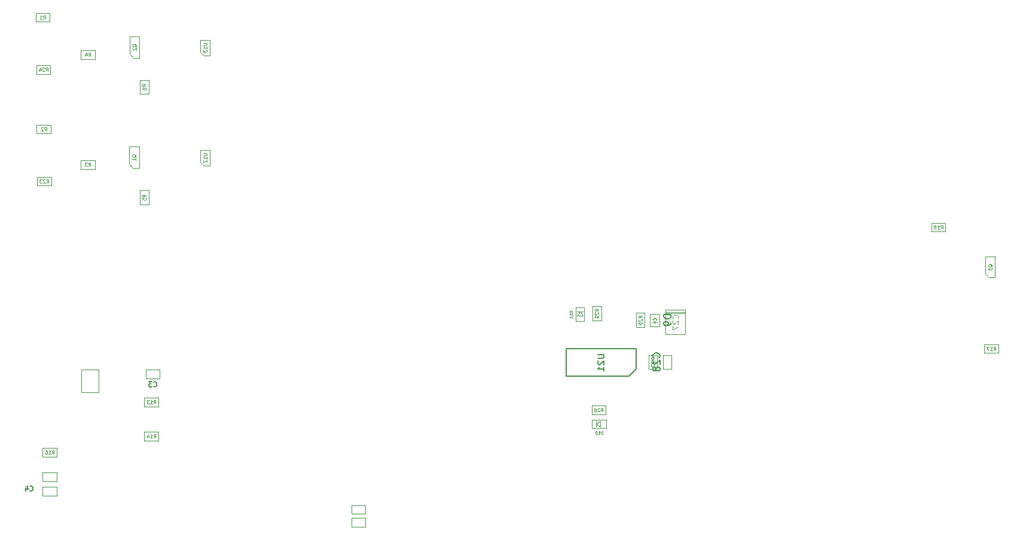
<source format=gbr>
G04 #@! TF.FileFunction,Other,Fab,Bot*
%FSLAX46Y46*%
G04 Gerber Fmt 4.6, Leading zero omitted, Abs format (unit mm)*
G04 Created by KiCad (PCBNEW 4.0.4+e1-6308~48~ubuntu15.10.1-stable) date Tue Mar 27 09:00:38 2018*
%MOMM*%
%LPD*%
G01*
G04 APERTURE LIST*
%ADD10C,0.100000*%
%ADD11C,0.150000*%
%ADD12C,0.075000*%
%ADD13C,0.120000*%
%ADD14C,0.135000*%
G04 APERTURE END LIST*
D10*
X75272240Y-61890840D02*
X74422240Y-61890840D01*
X73922240Y-61390840D02*
X73922240Y-59690840D01*
X75272240Y-61890840D02*
X75272240Y-59690840D01*
X75272240Y-59690840D02*
X73922240Y-59690840D01*
X74422240Y-61890840D02*
X73922240Y-61390840D01*
X75272240Y-46290840D02*
X74422240Y-46290840D01*
X73922240Y-45790840D02*
X73922240Y-44090840D01*
X75272240Y-46290840D02*
X75272240Y-44090840D01*
X75272240Y-44090840D02*
X73922240Y-44090840D01*
X74422240Y-46290840D02*
X73922240Y-45790840D01*
X63840000Y-61680000D02*
X63840000Y-59230000D01*
X64390000Y-62250000D02*
X65240000Y-62250000D01*
X63840000Y-61680000D02*
X64390000Y-62250000D01*
X65240000Y-62250000D02*
X65240000Y-59210000D01*
X63840000Y-59210000D02*
X65240000Y-59210000D01*
X63890000Y-46090000D02*
X63890000Y-43640000D01*
X64440000Y-46660000D02*
X65290000Y-46660000D01*
X63890000Y-46090000D02*
X64440000Y-46660000D01*
X65290000Y-46660000D02*
X65290000Y-43620000D01*
X63890000Y-43620000D02*
X65290000Y-43620000D01*
X185070000Y-77210000D02*
X185070000Y-74760000D01*
X185620000Y-77780000D02*
X186470000Y-77780000D01*
X185070000Y-77210000D02*
X185620000Y-77780000D01*
X186470000Y-77780000D02*
X186470000Y-74740000D01*
X185070000Y-74740000D02*
X186470000Y-74740000D01*
X66200000Y-90780000D02*
X66200000Y-92020000D01*
X68200000Y-90780000D02*
X66200000Y-90780000D01*
X68200000Y-92020000D02*
X68200000Y-90780000D01*
X66200000Y-92020000D02*
X68200000Y-92020000D01*
X53557640Y-108620800D02*
X53557640Y-107380800D01*
X51557640Y-108620800D02*
X53557640Y-108620800D01*
X51557640Y-107380800D02*
X51557640Y-108620800D01*
X53557640Y-107380800D02*
X51557640Y-107380800D01*
X95296440Y-111800400D02*
X95296440Y-113040400D01*
X97296440Y-111800400D02*
X95296440Y-111800400D01*
X97296440Y-113040400D02*
X97296440Y-111800400D01*
X95296440Y-113040400D02*
X97296440Y-113040400D01*
X95296440Y-109971600D02*
X95296440Y-111211600D01*
X97296440Y-109971600D02*
X95296440Y-109971600D01*
X97296440Y-111211600D02*
X97296440Y-109971600D01*
X95296440Y-111211600D02*
X97296440Y-111211600D01*
X52600000Y-41520000D02*
X52600000Y-40280000D01*
X50600000Y-41520000D02*
X52600000Y-41520000D01*
X50600000Y-40280000D02*
X50600000Y-41520000D01*
X52600000Y-40280000D02*
X50600000Y-40280000D01*
X52750000Y-57370000D02*
X52750000Y-56130000D01*
X50750000Y-57370000D02*
X52750000Y-57370000D01*
X50750000Y-56130000D02*
X50750000Y-57370000D01*
X52750000Y-56130000D02*
X50750000Y-56130000D01*
X56997240Y-61170840D02*
X56997240Y-62410840D01*
X58997240Y-61170840D02*
X56997240Y-61170840D01*
X58997240Y-62410840D02*
X58997240Y-61170840D01*
X56997240Y-62410840D02*
X58997240Y-62410840D01*
X56997240Y-45570840D02*
X56997240Y-46810840D01*
X58997240Y-45570840D02*
X56997240Y-45570840D01*
X58997240Y-46810840D02*
X58997240Y-45570840D01*
X56997240Y-46810840D02*
X58997240Y-46810840D01*
X65377240Y-67390840D02*
X66617240Y-67390840D01*
X65377240Y-65390840D02*
X65377240Y-67390840D01*
X66617240Y-65390840D02*
X65377240Y-65390840D01*
X66617240Y-67390840D02*
X66617240Y-65390840D01*
X65377240Y-51790840D02*
X66617240Y-51790840D01*
X65377240Y-49790840D02*
X65377240Y-51790840D01*
X66617240Y-49790840D02*
X65377240Y-49790840D01*
X66617240Y-51790840D02*
X66617240Y-49790840D01*
X66000000Y-94780000D02*
X66000000Y-96020000D01*
X68000000Y-94780000D02*
X66000000Y-94780000D01*
X68000000Y-96020000D02*
X68000000Y-94780000D01*
X66000000Y-96020000D02*
X68000000Y-96020000D01*
X68000000Y-100820000D02*
X68000000Y-99580000D01*
X66000000Y-100820000D02*
X68000000Y-100820000D01*
X66000000Y-99580000D02*
X66000000Y-100820000D01*
X68000000Y-99580000D02*
X66000000Y-99580000D01*
X53600000Y-106620000D02*
X53600000Y-105380000D01*
X51600000Y-106620000D02*
X53600000Y-106620000D01*
X51600000Y-105380000D02*
X51600000Y-106620000D01*
X53600000Y-105380000D02*
X51600000Y-105380000D01*
X51600000Y-101880000D02*
X51600000Y-103120000D01*
X53600000Y-101880000D02*
X51600000Y-101880000D01*
X53600000Y-103120000D02*
X53600000Y-101880000D01*
X51600000Y-103120000D02*
X53600000Y-103120000D01*
X184927240Y-87200840D02*
X184927240Y-88440840D01*
X186927240Y-87200840D02*
X184927240Y-87200840D01*
X186927240Y-88440840D02*
X186927240Y-87200840D01*
X184927240Y-88440840D02*
X186927240Y-88440840D01*
X179427240Y-71250840D02*
X179427240Y-70010840D01*
X177427240Y-71250840D02*
X179427240Y-71250840D01*
X177427240Y-70010840D02*
X177427240Y-71250840D01*
X179427240Y-70010840D02*
X177427240Y-70010840D01*
X52800000Y-64720000D02*
X52800000Y-63480000D01*
X50800000Y-64720000D02*
X52800000Y-64720000D01*
X50800000Y-63480000D02*
X50800000Y-64720000D01*
X52800000Y-63480000D02*
X50800000Y-63480000D01*
X52700000Y-48920000D02*
X52700000Y-47680000D01*
X50700000Y-48920000D02*
X52700000Y-48920000D01*
X50700000Y-47680000D02*
X50700000Y-48920000D01*
X52700000Y-47680000D02*
X50700000Y-47680000D01*
X59530000Y-90800000D02*
X57030000Y-90800000D01*
X59530000Y-94000000D02*
X59530000Y-90800000D01*
X57030000Y-94000000D02*
X59530000Y-94000000D01*
X57030000Y-90800000D02*
X57030000Y-94000000D01*
X139803640Y-82324000D02*
X142603640Y-82324000D01*
X142603640Y-82324000D02*
X142603640Y-85824000D01*
X142603640Y-85824000D02*
X139803640Y-85824000D01*
X139803640Y-85824000D02*
X139803640Y-82324000D01*
X139803640Y-82674000D02*
X142603640Y-82674000D01*
X139803640Y-82849000D02*
X142603640Y-82849000D01*
X140655240Y-88712800D02*
X139415240Y-88712800D01*
X140655240Y-90712800D02*
X140655240Y-88712800D01*
X139415240Y-90712800D02*
X140655240Y-90712800D01*
X139415240Y-88712800D02*
X139415240Y-90712800D01*
X138257240Y-83569200D02*
X138257240Y-83319200D01*
X137907240Y-83569200D02*
X138257240Y-84069200D01*
X138607240Y-83569200D02*
X137907240Y-83569200D01*
X138257240Y-84069200D02*
X138607240Y-83569200D01*
X138257240Y-84069200D02*
X138257240Y-84269200D01*
X138607240Y-84069200D02*
X137907240Y-84069200D01*
X137557240Y-84669200D02*
X138957240Y-84669200D01*
X137557240Y-82869200D02*
X137557240Y-84669200D01*
X138957240Y-82869200D02*
X137557240Y-82869200D01*
X138957240Y-84669200D02*
X138957240Y-82869200D01*
X129983240Y-98901200D02*
X129983240Y-98101200D01*
X129983240Y-98501200D02*
X130583240Y-98901200D01*
X130583240Y-98101200D02*
X129983240Y-98501200D01*
X130583240Y-98901200D02*
X130583240Y-98101200D01*
X131383240Y-97901200D02*
X129383240Y-97901200D01*
X131383240Y-99101200D02*
X131383240Y-97901200D01*
X129383240Y-99101200D02*
X131383240Y-99101200D01*
X129383240Y-97901200D02*
X129383240Y-99101200D01*
X127290840Y-82556400D02*
X128090840Y-82556400D01*
X127690840Y-82556400D02*
X127290840Y-83156400D01*
X128090840Y-83156400D02*
X127690840Y-82556400D01*
X127290840Y-83156400D02*
X128090840Y-83156400D01*
X128290840Y-83956400D02*
X128290840Y-81956400D01*
X127090840Y-83956400D02*
X128290840Y-83956400D01*
X127090840Y-81956400D02*
X127090840Y-83956400D01*
X128290840Y-81956400D02*
X127090840Y-81956400D01*
X135605240Y-84769200D02*
X136845240Y-84769200D01*
X135605240Y-82769200D02*
X135605240Y-84769200D01*
X136845240Y-82769200D02*
X135605240Y-82769200D01*
X136845240Y-84769200D02*
X136845240Y-82769200D01*
X129332440Y-95900000D02*
X129332440Y-97140000D01*
X131332440Y-95900000D02*
X129332440Y-95900000D01*
X131332440Y-97140000D02*
X131332440Y-95900000D01*
X129332440Y-97140000D02*
X131332440Y-97140000D01*
X137383240Y-90712800D02*
X138623240Y-90712800D01*
X137383240Y-88712800D02*
X137383240Y-90712800D01*
X138623240Y-88712800D02*
X137383240Y-88712800D01*
X138623240Y-90712800D02*
X138623240Y-88712800D01*
X130698440Y-81804000D02*
X129458440Y-81804000D01*
X130698440Y-83804000D02*
X130698440Y-81804000D01*
X129458440Y-83804000D02*
X130698440Y-83804000D01*
X129458440Y-81804000D02*
X129458440Y-83804000D01*
D11*
X135638040Y-90713600D02*
X135638040Y-87813600D01*
X135638040Y-87813600D02*
X125738040Y-87813600D01*
X125738040Y-87813600D02*
X125738040Y-91713600D01*
X125738040Y-91713600D02*
X134638040Y-91713600D01*
X134638040Y-91713600D02*
X135638040Y-90713600D01*
D12*
X74323430Y-60171793D02*
X74728192Y-60171793D01*
X74775811Y-60195602D01*
X74799621Y-60219412D01*
X74823430Y-60267031D01*
X74823430Y-60362269D01*
X74799621Y-60409888D01*
X74775811Y-60433697D01*
X74728192Y-60457507D01*
X74323430Y-60457507D01*
X74823430Y-60957507D02*
X74823430Y-60671793D01*
X74823430Y-60814650D02*
X74323430Y-60814650D01*
X74394859Y-60767031D01*
X74442478Y-60719412D01*
X74466288Y-60671793D01*
X74371050Y-61147983D02*
X74347240Y-61171793D01*
X74323430Y-61219412D01*
X74323430Y-61338459D01*
X74347240Y-61386078D01*
X74371050Y-61409888D01*
X74418669Y-61433697D01*
X74466288Y-61433697D01*
X74537716Y-61409888D01*
X74823430Y-61124174D01*
X74823430Y-61433697D01*
X74323430Y-44571793D02*
X74728192Y-44571793D01*
X74775811Y-44595602D01*
X74799621Y-44619412D01*
X74823430Y-44667031D01*
X74823430Y-44762269D01*
X74799621Y-44809888D01*
X74775811Y-44833697D01*
X74728192Y-44857507D01*
X74323430Y-44857507D01*
X74823430Y-45357507D02*
X74823430Y-45071793D01*
X74823430Y-45214650D02*
X74323430Y-45214650D01*
X74394859Y-45167031D01*
X74442478Y-45119412D01*
X74466288Y-45071793D01*
X74323430Y-45524174D02*
X74323430Y-45833697D01*
X74513907Y-45667031D01*
X74513907Y-45738459D01*
X74537716Y-45786078D01*
X74561526Y-45809888D01*
X74609145Y-45833697D01*
X74728192Y-45833697D01*
X74775811Y-45809888D01*
X74799621Y-45786078D01*
X74823430Y-45738459D01*
X74823430Y-45595602D01*
X74799621Y-45547983D01*
X74775811Y-45524174D01*
X64813810Y-60682381D02*
X64790000Y-60634762D01*
X64742381Y-60587143D01*
X64670952Y-60515714D01*
X64647143Y-60468095D01*
X64647143Y-60420476D01*
X64766190Y-60444286D02*
X64742381Y-60396667D01*
X64694762Y-60349048D01*
X64599524Y-60325238D01*
X64432857Y-60325238D01*
X64337619Y-60349048D01*
X64290000Y-60396667D01*
X64266190Y-60444286D01*
X64266190Y-60539524D01*
X64290000Y-60587143D01*
X64337619Y-60634762D01*
X64432857Y-60658571D01*
X64599524Y-60658571D01*
X64694762Y-60634762D01*
X64742381Y-60587143D01*
X64766190Y-60539524D01*
X64766190Y-60444286D01*
X64766190Y-61134762D02*
X64766190Y-60849048D01*
X64766190Y-60991905D02*
X64266190Y-60991905D01*
X64337619Y-60944286D01*
X64385238Y-60896667D01*
X64409048Y-60849048D01*
X64863810Y-45092381D02*
X64840000Y-45044762D01*
X64792381Y-44997143D01*
X64720952Y-44925714D01*
X64697143Y-44878095D01*
X64697143Y-44830476D01*
X64816190Y-44854286D02*
X64792381Y-44806667D01*
X64744762Y-44759048D01*
X64649524Y-44735238D01*
X64482857Y-44735238D01*
X64387619Y-44759048D01*
X64340000Y-44806667D01*
X64316190Y-44854286D01*
X64316190Y-44949524D01*
X64340000Y-44997143D01*
X64387619Y-45044762D01*
X64482857Y-45068571D01*
X64649524Y-45068571D01*
X64744762Y-45044762D01*
X64792381Y-44997143D01*
X64816190Y-44949524D01*
X64816190Y-44854286D01*
X64363810Y-45259048D02*
X64340000Y-45282858D01*
X64316190Y-45330477D01*
X64316190Y-45449524D01*
X64340000Y-45497143D01*
X64363810Y-45520953D01*
X64411429Y-45544762D01*
X64459048Y-45544762D01*
X64530476Y-45520953D01*
X64816190Y-45235239D01*
X64816190Y-45544762D01*
X186043810Y-76212381D02*
X186020000Y-76164762D01*
X185972381Y-76117143D01*
X185900952Y-76045714D01*
X185877143Y-75998095D01*
X185877143Y-75950476D01*
X185996190Y-75974286D02*
X185972381Y-75926667D01*
X185924762Y-75879048D01*
X185829524Y-75855238D01*
X185662857Y-75855238D01*
X185567619Y-75879048D01*
X185520000Y-75926667D01*
X185496190Y-75974286D01*
X185496190Y-76069524D01*
X185520000Y-76117143D01*
X185567619Y-76164762D01*
X185662857Y-76188571D01*
X185829524Y-76188571D01*
X185924762Y-76164762D01*
X185972381Y-76117143D01*
X185996190Y-76069524D01*
X185996190Y-75974286D01*
X185496190Y-76355239D02*
X185496190Y-76664762D01*
X185686667Y-76498096D01*
X185686667Y-76569524D01*
X185710476Y-76617143D01*
X185734286Y-76640953D01*
X185781905Y-76664762D01*
X185900952Y-76664762D01*
X185948571Y-76640953D01*
X185972381Y-76617143D01*
X185996190Y-76569524D01*
X185996190Y-76426667D01*
X185972381Y-76379048D01*
X185948571Y-76355239D01*
D11*
X67316666Y-93150000D02*
X67350000Y-93183333D01*
X67450000Y-93216667D01*
X67516666Y-93216667D01*
X67616666Y-93183333D01*
X67683333Y-93116667D01*
X67716666Y-93050000D01*
X67750000Y-92916667D01*
X67750000Y-92816667D01*
X67716666Y-92683333D01*
X67683333Y-92616667D01*
X67616666Y-92550000D01*
X67516666Y-92516667D01*
X67450000Y-92516667D01*
X67350000Y-92550000D01*
X67316666Y-92583333D01*
X67083333Y-92516667D02*
X66650000Y-92516667D01*
X66883333Y-92783333D01*
X66783333Y-92783333D01*
X66716666Y-92816667D01*
X66683333Y-92850000D01*
X66650000Y-92916667D01*
X66650000Y-93083333D01*
X66683333Y-93150000D01*
X66716666Y-93183333D01*
X66783333Y-93216667D01*
X66983333Y-93216667D01*
X67050000Y-93183333D01*
X67083333Y-93150000D01*
X49778706Y-107895200D02*
X49812040Y-107928533D01*
X49912040Y-107961867D01*
X49978706Y-107961867D01*
X50078706Y-107928533D01*
X50145373Y-107861867D01*
X50178706Y-107795200D01*
X50212040Y-107661867D01*
X50212040Y-107561867D01*
X50178706Y-107428533D01*
X50145373Y-107361867D01*
X50078706Y-107295200D01*
X49978706Y-107261867D01*
X49912040Y-107261867D01*
X49812040Y-107295200D01*
X49778706Y-107328533D01*
X49178706Y-107495200D02*
X49178706Y-107961867D01*
X49345373Y-107228533D02*
X49512040Y-107728533D01*
X49078706Y-107728533D01*
D12*
X51683333Y-41126190D02*
X51850000Y-40888095D01*
X51969047Y-41126190D02*
X51969047Y-40626190D01*
X51778571Y-40626190D01*
X51730952Y-40650000D01*
X51707143Y-40673810D01*
X51683333Y-40721429D01*
X51683333Y-40792857D01*
X51707143Y-40840476D01*
X51730952Y-40864286D01*
X51778571Y-40888095D01*
X51969047Y-40888095D01*
X51207143Y-41126190D02*
X51492857Y-41126190D01*
X51350000Y-41126190D02*
X51350000Y-40626190D01*
X51397619Y-40697619D01*
X51445238Y-40745238D01*
X51492857Y-40769048D01*
X51833333Y-56976190D02*
X52000000Y-56738095D01*
X52119047Y-56976190D02*
X52119047Y-56476190D01*
X51928571Y-56476190D01*
X51880952Y-56500000D01*
X51857143Y-56523810D01*
X51833333Y-56571429D01*
X51833333Y-56642857D01*
X51857143Y-56690476D01*
X51880952Y-56714286D01*
X51928571Y-56738095D01*
X52119047Y-56738095D01*
X51642857Y-56523810D02*
X51619047Y-56500000D01*
X51571428Y-56476190D01*
X51452381Y-56476190D01*
X51404762Y-56500000D01*
X51380952Y-56523810D01*
X51357143Y-56571429D01*
X51357143Y-56619048D01*
X51380952Y-56690476D01*
X51666666Y-56976190D01*
X51357143Y-56976190D01*
X58080573Y-62017030D02*
X58247240Y-61778935D01*
X58366287Y-62017030D02*
X58366287Y-61517030D01*
X58175811Y-61517030D01*
X58128192Y-61540840D01*
X58104383Y-61564650D01*
X58080573Y-61612269D01*
X58080573Y-61683697D01*
X58104383Y-61731316D01*
X58128192Y-61755126D01*
X58175811Y-61778935D01*
X58366287Y-61778935D01*
X57913906Y-61517030D02*
X57604383Y-61517030D01*
X57771049Y-61707507D01*
X57699621Y-61707507D01*
X57652002Y-61731316D01*
X57628192Y-61755126D01*
X57604383Y-61802745D01*
X57604383Y-61921792D01*
X57628192Y-61969411D01*
X57652002Y-61993221D01*
X57699621Y-62017030D01*
X57842478Y-62017030D01*
X57890097Y-61993221D01*
X57913906Y-61969411D01*
X58080573Y-46417030D02*
X58247240Y-46178935D01*
X58366287Y-46417030D02*
X58366287Y-45917030D01*
X58175811Y-45917030D01*
X58128192Y-45940840D01*
X58104383Y-45964650D01*
X58080573Y-46012269D01*
X58080573Y-46083697D01*
X58104383Y-46131316D01*
X58128192Y-46155126D01*
X58175811Y-46178935D01*
X58366287Y-46178935D01*
X57652002Y-46083697D02*
X57652002Y-46417030D01*
X57771049Y-45893221D02*
X57890097Y-46250364D01*
X57580573Y-46250364D01*
X66223430Y-66307507D02*
X65985335Y-66140840D01*
X66223430Y-66021793D02*
X65723430Y-66021793D01*
X65723430Y-66212269D01*
X65747240Y-66259888D01*
X65771050Y-66283697D01*
X65818669Y-66307507D01*
X65890097Y-66307507D01*
X65937716Y-66283697D01*
X65961526Y-66259888D01*
X65985335Y-66212269D01*
X65985335Y-66021793D01*
X65723430Y-66759888D02*
X65723430Y-66521793D01*
X65961526Y-66497983D01*
X65937716Y-66521793D01*
X65913907Y-66569412D01*
X65913907Y-66688459D01*
X65937716Y-66736078D01*
X65961526Y-66759888D01*
X66009145Y-66783697D01*
X66128192Y-66783697D01*
X66175811Y-66759888D01*
X66199621Y-66736078D01*
X66223430Y-66688459D01*
X66223430Y-66569412D01*
X66199621Y-66521793D01*
X66175811Y-66497983D01*
X66223430Y-50707507D02*
X65985335Y-50540840D01*
X66223430Y-50421793D02*
X65723430Y-50421793D01*
X65723430Y-50612269D01*
X65747240Y-50659888D01*
X65771050Y-50683697D01*
X65818669Y-50707507D01*
X65890097Y-50707507D01*
X65937716Y-50683697D01*
X65961526Y-50659888D01*
X65985335Y-50612269D01*
X65985335Y-50421793D01*
X65723430Y-51136078D02*
X65723430Y-51040840D01*
X65747240Y-50993221D01*
X65771050Y-50969412D01*
X65842478Y-50921793D01*
X65937716Y-50897983D01*
X66128192Y-50897983D01*
X66175811Y-50921793D01*
X66199621Y-50945602D01*
X66223430Y-50993221D01*
X66223430Y-51088459D01*
X66199621Y-51136078D01*
X66175811Y-51159888D01*
X66128192Y-51183697D01*
X66009145Y-51183697D01*
X65961526Y-51159888D01*
X65937716Y-51136078D01*
X65913907Y-51088459D01*
X65913907Y-50993221D01*
X65937716Y-50945602D01*
X65961526Y-50921793D01*
X66009145Y-50897983D01*
X67321428Y-95626190D02*
X67488095Y-95388095D01*
X67607142Y-95626190D02*
X67607142Y-95126190D01*
X67416666Y-95126190D01*
X67369047Y-95150000D01*
X67345238Y-95173810D01*
X67321428Y-95221429D01*
X67321428Y-95292857D01*
X67345238Y-95340476D01*
X67369047Y-95364286D01*
X67416666Y-95388095D01*
X67607142Y-95388095D01*
X66845238Y-95626190D02*
X67130952Y-95626190D01*
X66988095Y-95626190D02*
X66988095Y-95126190D01*
X67035714Y-95197619D01*
X67083333Y-95245238D01*
X67130952Y-95269048D01*
X66678571Y-95126190D02*
X66369048Y-95126190D01*
X66535714Y-95316667D01*
X66464286Y-95316667D01*
X66416667Y-95340476D01*
X66392857Y-95364286D01*
X66369048Y-95411905D01*
X66369048Y-95530952D01*
X66392857Y-95578571D01*
X66416667Y-95602381D01*
X66464286Y-95626190D01*
X66607143Y-95626190D01*
X66654762Y-95602381D01*
X66678571Y-95578571D01*
X67321428Y-100426190D02*
X67488095Y-100188095D01*
X67607142Y-100426190D02*
X67607142Y-99926190D01*
X67416666Y-99926190D01*
X67369047Y-99950000D01*
X67345238Y-99973810D01*
X67321428Y-100021429D01*
X67321428Y-100092857D01*
X67345238Y-100140476D01*
X67369047Y-100164286D01*
X67416666Y-100188095D01*
X67607142Y-100188095D01*
X66845238Y-100426190D02*
X67130952Y-100426190D01*
X66988095Y-100426190D02*
X66988095Y-99926190D01*
X67035714Y-99997619D01*
X67083333Y-100045238D01*
X67130952Y-100069048D01*
X66416667Y-100092857D02*
X66416667Y-100426190D01*
X66535714Y-99902381D02*
X66654762Y-100259524D01*
X66345238Y-100259524D01*
X52921428Y-102726190D02*
X53088095Y-102488095D01*
X53207142Y-102726190D02*
X53207142Y-102226190D01*
X53016666Y-102226190D01*
X52969047Y-102250000D01*
X52945238Y-102273810D01*
X52921428Y-102321429D01*
X52921428Y-102392857D01*
X52945238Y-102440476D01*
X52969047Y-102464286D01*
X53016666Y-102488095D01*
X53207142Y-102488095D01*
X52445238Y-102726190D02*
X52730952Y-102726190D01*
X52588095Y-102726190D02*
X52588095Y-102226190D01*
X52635714Y-102297619D01*
X52683333Y-102345238D01*
X52730952Y-102369048D01*
X52016667Y-102226190D02*
X52111905Y-102226190D01*
X52159524Y-102250000D01*
X52183333Y-102273810D01*
X52230952Y-102345238D01*
X52254762Y-102440476D01*
X52254762Y-102630952D01*
X52230952Y-102678571D01*
X52207143Y-102702381D01*
X52159524Y-102726190D01*
X52064286Y-102726190D01*
X52016667Y-102702381D01*
X51992857Y-102678571D01*
X51969048Y-102630952D01*
X51969048Y-102511905D01*
X51992857Y-102464286D01*
X52016667Y-102440476D01*
X52064286Y-102416667D01*
X52159524Y-102416667D01*
X52207143Y-102440476D01*
X52230952Y-102464286D01*
X52254762Y-102511905D01*
X186248668Y-88047030D02*
X186415335Y-87808935D01*
X186534382Y-88047030D02*
X186534382Y-87547030D01*
X186343906Y-87547030D01*
X186296287Y-87570840D01*
X186272478Y-87594650D01*
X186248668Y-87642269D01*
X186248668Y-87713697D01*
X186272478Y-87761316D01*
X186296287Y-87785126D01*
X186343906Y-87808935D01*
X186534382Y-87808935D01*
X185772478Y-88047030D02*
X186058192Y-88047030D01*
X185915335Y-88047030D02*
X185915335Y-87547030D01*
X185962954Y-87618459D01*
X186010573Y-87666078D01*
X186058192Y-87689888D01*
X185605811Y-87547030D02*
X185272478Y-87547030D01*
X185486764Y-88047030D01*
X178748668Y-70857030D02*
X178915335Y-70618935D01*
X179034382Y-70857030D02*
X179034382Y-70357030D01*
X178843906Y-70357030D01*
X178796287Y-70380840D01*
X178772478Y-70404650D01*
X178748668Y-70452269D01*
X178748668Y-70523697D01*
X178772478Y-70571316D01*
X178796287Y-70595126D01*
X178843906Y-70618935D01*
X179034382Y-70618935D01*
X178272478Y-70857030D02*
X178558192Y-70857030D01*
X178415335Y-70857030D02*
X178415335Y-70357030D01*
X178462954Y-70428459D01*
X178510573Y-70476078D01*
X178558192Y-70499888D01*
X177986764Y-70571316D02*
X178034383Y-70547507D01*
X178058192Y-70523697D01*
X178082002Y-70476078D01*
X178082002Y-70452269D01*
X178058192Y-70404650D01*
X178034383Y-70380840D01*
X177986764Y-70357030D01*
X177891526Y-70357030D01*
X177843907Y-70380840D01*
X177820097Y-70404650D01*
X177796288Y-70452269D01*
X177796288Y-70476078D01*
X177820097Y-70523697D01*
X177843907Y-70547507D01*
X177891526Y-70571316D01*
X177986764Y-70571316D01*
X178034383Y-70595126D01*
X178058192Y-70618935D01*
X178082002Y-70666554D01*
X178082002Y-70761792D01*
X178058192Y-70809411D01*
X178034383Y-70833221D01*
X177986764Y-70857030D01*
X177891526Y-70857030D01*
X177843907Y-70833221D01*
X177820097Y-70809411D01*
X177796288Y-70761792D01*
X177796288Y-70666554D01*
X177820097Y-70618935D01*
X177843907Y-70595126D01*
X177891526Y-70571316D01*
X52121428Y-64326190D02*
X52288095Y-64088095D01*
X52407142Y-64326190D02*
X52407142Y-63826190D01*
X52216666Y-63826190D01*
X52169047Y-63850000D01*
X52145238Y-63873810D01*
X52121428Y-63921429D01*
X52121428Y-63992857D01*
X52145238Y-64040476D01*
X52169047Y-64064286D01*
X52216666Y-64088095D01*
X52407142Y-64088095D01*
X51930952Y-63873810D02*
X51907142Y-63850000D01*
X51859523Y-63826190D01*
X51740476Y-63826190D01*
X51692857Y-63850000D01*
X51669047Y-63873810D01*
X51645238Y-63921429D01*
X51645238Y-63969048D01*
X51669047Y-64040476D01*
X51954761Y-64326190D01*
X51645238Y-64326190D01*
X51478571Y-63826190D02*
X51169048Y-63826190D01*
X51335714Y-64016667D01*
X51264286Y-64016667D01*
X51216667Y-64040476D01*
X51192857Y-64064286D01*
X51169048Y-64111905D01*
X51169048Y-64230952D01*
X51192857Y-64278571D01*
X51216667Y-64302381D01*
X51264286Y-64326190D01*
X51407143Y-64326190D01*
X51454762Y-64302381D01*
X51478571Y-64278571D01*
X52021428Y-48526190D02*
X52188095Y-48288095D01*
X52307142Y-48526190D02*
X52307142Y-48026190D01*
X52116666Y-48026190D01*
X52069047Y-48050000D01*
X52045238Y-48073810D01*
X52021428Y-48121429D01*
X52021428Y-48192857D01*
X52045238Y-48240476D01*
X52069047Y-48264286D01*
X52116666Y-48288095D01*
X52307142Y-48288095D01*
X51830952Y-48073810D02*
X51807142Y-48050000D01*
X51759523Y-48026190D01*
X51640476Y-48026190D01*
X51592857Y-48050000D01*
X51569047Y-48073810D01*
X51545238Y-48121429D01*
X51545238Y-48169048D01*
X51569047Y-48240476D01*
X51854761Y-48526190D01*
X51545238Y-48526190D01*
X51116667Y-48192857D02*
X51116667Y-48526190D01*
X51235714Y-48002381D02*
X51354762Y-48359524D01*
X51045238Y-48359524D01*
D11*
D13*
X141489354Y-83559714D02*
X141527450Y-83521619D01*
X141565545Y-83407333D01*
X141565545Y-83331143D01*
X141527450Y-83216857D01*
X141451259Y-83140666D01*
X141375069Y-83102571D01*
X141222688Y-83064476D01*
X141108402Y-83064476D01*
X140956021Y-83102571D01*
X140879830Y-83140666D01*
X140803640Y-83216857D01*
X140765545Y-83331143D01*
X140765545Y-83407333D01*
X140803640Y-83521619D01*
X140841735Y-83559714D01*
X140841735Y-83864476D02*
X140803640Y-83902571D01*
X140765545Y-83978762D01*
X140765545Y-84169238D01*
X140803640Y-84245428D01*
X140841735Y-84283524D01*
X140917926Y-84321619D01*
X140994116Y-84321619D01*
X141108402Y-84283524D01*
X141565545Y-83826381D01*
X141565545Y-84321619D01*
X140765545Y-84588286D02*
X140765545Y-85121619D01*
X141565545Y-84778762D01*
D11*
X138892383Y-89069943D02*
X138940002Y-89022324D01*
X138987621Y-88879467D01*
X138987621Y-88784229D01*
X138940002Y-88641371D01*
X138844764Y-88546133D01*
X138749526Y-88498514D01*
X138559050Y-88450895D01*
X138416192Y-88450895D01*
X138225716Y-88498514D01*
X138130478Y-88546133D01*
X138035240Y-88641371D01*
X137987621Y-88784229D01*
X137987621Y-88879467D01*
X138035240Y-89022324D01*
X138082859Y-89069943D01*
X138082859Y-89450895D02*
X138035240Y-89498514D01*
X137987621Y-89593752D01*
X137987621Y-89831848D01*
X138035240Y-89927086D01*
X138082859Y-89974705D01*
X138178097Y-90022324D01*
X138273335Y-90022324D01*
X138416192Y-89974705D01*
X138987621Y-89403276D01*
X138987621Y-90022324D01*
X138416192Y-90593752D02*
X138368573Y-90498514D01*
X138320954Y-90450895D01*
X138225716Y-90403276D01*
X138178097Y-90403276D01*
X138082859Y-90450895D01*
X138035240Y-90498514D01*
X137987621Y-90593752D01*
X137987621Y-90784229D01*
X138035240Y-90879467D01*
X138082859Y-90927086D01*
X138178097Y-90974705D01*
X138225716Y-90974705D01*
X138320954Y-90927086D01*
X138368573Y-90879467D01*
X138416192Y-90784229D01*
X138416192Y-90593752D01*
X138463811Y-90498514D01*
X138511430Y-90450895D01*
X138606669Y-90403276D01*
X138797145Y-90403276D01*
X138892383Y-90450895D01*
X138940002Y-90498514D01*
X138987621Y-90593752D01*
X138987621Y-90784229D01*
X138940002Y-90879467D01*
X138892383Y-90927086D01*
X138797145Y-90974705D01*
X138606669Y-90974705D01*
X138511430Y-90927086D01*
X138463811Y-90879467D01*
X138416192Y-90784229D01*
X140559621Y-83031105D02*
X139559621Y-83031105D01*
X139559621Y-83269200D01*
X139607240Y-83412058D01*
X139702478Y-83507296D01*
X139797716Y-83554915D01*
X139988192Y-83602534D01*
X140131050Y-83602534D01*
X140321526Y-83554915D01*
X140416764Y-83507296D01*
X140512002Y-83412058D01*
X140559621Y-83269200D01*
X140559621Y-83031105D01*
X140559621Y-84078724D02*
X140559621Y-84269200D01*
X140512002Y-84364439D01*
X140464383Y-84412058D01*
X140321526Y-84507296D01*
X140131050Y-84554915D01*
X139750097Y-84554915D01*
X139654859Y-84507296D01*
X139607240Y-84459677D01*
X139559621Y-84364439D01*
X139559621Y-84173962D01*
X139607240Y-84078724D01*
X139654859Y-84031105D01*
X139750097Y-83983486D01*
X139988192Y-83983486D01*
X140083430Y-84031105D01*
X140131050Y-84078724D01*
X140178669Y-84173962D01*
X140178669Y-84364439D01*
X140131050Y-84459677D01*
X140083430Y-84507296D01*
X139988192Y-84554915D01*
D10*
X130868954Y-99932152D02*
X130868954Y-99532152D01*
X130773716Y-99532152D01*
X130716573Y-99551200D01*
X130678478Y-99589295D01*
X130659430Y-99627390D01*
X130640382Y-99703581D01*
X130640382Y-99760724D01*
X130659430Y-99836914D01*
X130678478Y-99875010D01*
X130716573Y-99913105D01*
X130773716Y-99932152D01*
X130868954Y-99932152D01*
X130259430Y-99932152D02*
X130488002Y-99932152D01*
X130373716Y-99932152D02*
X130373716Y-99532152D01*
X130411811Y-99589295D01*
X130449906Y-99627390D01*
X130488002Y-99646438D01*
X130011811Y-99532152D02*
X129973716Y-99532152D01*
X129935621Y-99551200D01*
X129916573Y-99570248D01*
X129897526Y-99608343D01*
X129878478Y-99684533D01*
X129878478Y-99779771D01*
X129897526Y-99855962D01*
X129916573Y-99894057D01*
X129935621Y-99913105D01*
X129973716Y-99932152D01*
X130011811Y-99932152D01*
X130049907Y-99913105D01*
X130068954Y-99894057D01*
X130088002Y-99855962D01*
X130107050Y-99779771D01*
X130107050Y-99684533D01*
X130088002Y-99608343D01*
X130068954Y-99570248D01*
X130049907Y-99551200D01*
X130011811Y-99532152D01*
X126621792Y-82470686D02*
X126221792Y-82470686D01*
X126221792Y-82565924D01*
X126240840Y-82623067D01*
X126278935Y-82661162D01*
X126317030Y-82680210D01*
X126393221Y-82699258D01*
X126450364Y-82699258D01*
X126526554Y-82680210D01*
X126564650Y-82661162D01*
X126602745Y-82623067D01*
X126621792Y-82565924D01*
X126621792Y-82470686D01*
X126621792Y-83080210D02*
X126621792Y-82851638D01*
X126621792Y-82965924D02*
X126221792Y-82965924D01*
X126278935Y-82927829D01*
X126317030Y-82889734D01*
X126336078Y-82851638D01*
X126259888Y-83232590D02*
X126240840Y-83251638D01*
X126221792Y-83289733D01*
X126221792Y-83384971D01*
X126240840Y-83423067D01*
X126259888Y-83442114D01*
X126297983Y-83461162D01*
X126336078Y-83461162D01*
X126393221Y-83442114D01*
X126621792Y-83213543D01*
X126621792Y-83461162D01*
D12*
X136451430Y-83447772D02*
X136213335Y-83281105D01*
X136451430Y-83162058D02*
X135951430Y-83162058D01*
X135951430Y-83352534D01*
X135975240Y-83400153D01*
X135999050Y-83423962D01*
X136046669Y-83447772D01*
X136118097Y-83447772D01*
X136165716Y-83423962D01*
X136189526Y-83400153D01*
X136213335Y-83352534D01*
X136213335Y-83162058D01*
X135999050Y-83638248D02*
X135975240Y-83662058D01*
X135951430Y-83709677D01*
X135951430Y-83828724D01*
X135975240Y-83876343D01*
X135999050Y-83900153D01*
X136046669Y-83923962D01*
X136094288Y-83923962D01*
X136165716Y-83900153D01*
X136451430Y-83614439D01*
X136451430Y-83923962D01*
X135951430Y-84376343D02*
X135951430Y-84138248D01*
X136189526Y-84114438D01*
X136165716Y-84138248D01*
X136141907Y-84185867D01*
X136141907Y-84304914D01*
X136165716Y-84352533D01*
X136189526Y-84376343D01*
X136237145Y-84400152D01*
X136356192Y-84400152D01*
X136403811Y-84376343D01*
X136427621Y-84352533D01*
X136451430Y-84304914D01*
X136451430Y-84185867D01*
X136427621Y-84138248D01*
X136403811Y-84114438D01*
X130653868Y-96746190D02*
X130820535Y-96508095D01*
X130939582Y-96746190D02*
X130939582Y-96246190D01*
X130749106Y-96246190D01*
X130701487Y-96270000D01*
X130677678Y-96293810D01*
X130653868Y-96341429D01*
X130653868Y-96412857D01*
X130677678Y-96460476D01*
X130701487Y-96484286D01*
X130749106Y-96508095D01*
X130939582Y-96508095D01*
X130463392Y-96293810D02*
X130439582Y-96270000D01*
X130391963Y-96246190D01*
X130272916Y-96246190D01*
X130225297Y-96270000D01*
X130201487Y-96293810D01*
X130177678Y-96341429D01*
X130177678Y-96389048D01*
X130201487Y-96460476D01*
X130487201Y-96746190D01*
X130177678Y-96746190D01*
X129749107Y-96246190D02*
X129844345Y-96246190D01*
X129891964Y-96270000D01*
X129915773Y-96293810D01*
X129963392Y-96365238D01*
X129987202Y-96460476D01*
X129987202Y-96650952D01*
X129963392Y-96698571D01*
X129939583Y-96722381D01*
X129891964Y-96746190D01*
X129796726Y-96746190D01*
X129749107Y-96722381D01*
X129725297Y-96698571D01*
X129701488Y-96650952D01*
X129701488Y-96531905D01*
X129725297Y-96484286D01*
X129749107Y-96460476D01*
X129796726Y-96436667D01*
X129891964Y-96436667D01*
X129939583Y-96460476D01*
X129963392Y-96484286D01*
X129987202Y-96531905D01*
X138229430Y-89391372D02*
X137991335Y-89224705D01*
X138229430Y-89105658D02*
X137729430Y-89105658D01*
X137729430Y-89296134D01*
X137753240Y-89343753D01*
X137777050Y-89367562D01*
X137824669Y-89391372D01*
X137896097Y-89391372D01*
X137943716Y-89367562D01*
X137967526Y-89343753D01*
X137991335Y-89296134D01*
X137991335Y-89105658D01*
X137777050Y-89581848D02*
X137753240Y-89605658D01*
X137729430Y-89653277D01*
X137729430Y-89772324D01*
X137753240Y-89819943D01*
X137777050Y-89843753D01*
X137824669Y-89867562D01*
X137872288Y-89867562D01*
X137943716Y-89843753D01*
X138229430Y-89558039D01*
X138229430Y-89867562D01*
X137729430Y-90034229D02*
X137729430Y-90367562D01*
X138229430Y-90153276D01*
X130304630Y-82482572D02*
X130066535Y-82315905D01*
X130304630Y-82196858D02*
X129804630Y-82196858D01*
X129804630Y-82387334D01*
X129828440Y-82434953D01*
X129852250Y-82458762D01*
X129899869Y-82482572D01*
X129971297Y-82482572D01*
X130018916Y-82458762D01*
X130042726Y-82434953D01*
X130066535Y-82387334D01*
X130066535Y-82196858D01*
X129852250Y-82673048D02*
X129828440Y-82696858D01*
X129804630Y-82744477D01*
X129804630Y-82863524D01*
X129828440Y-82911143D01*
X129852250Y-82934953D01*
X129899869Y-82958762D01*
X129947488Y-82958762D01*
X130018916Y-82934953D01*
X130304630Y-82649239D01*
X130304630Y-82958762D01*
X130304630Y-83196857D02*
X130304630Y-83292095D01*
X130280821Y-83339714D01*
X130257011Y-83363524D01*
X130185583Y-83411143D01*
X130090345Y-83434952D01*
X129899869Y-83434952D01*
X129852250Y-83411143D01*
X129828440Y-83387333D01*
X129804630Y-83339714D01*
X129804630Y-83244476D01*
X129828440Y-83196857D01*
X129852250Y-83173048D01*
X129899869Y-83149238D01*
X130018916Y-83149238D01*
X130066535Y-83173048D01*
X130090345Y-83196857D01*
X130114154Y-83244476D01*
X130114154Y-83339714D01*
X130090345Y-83387333D01*
X130066535Y-83411143D01*
X130018916Y-83434952D01*
D14*
X130195183Y-88649315D02*
X130923754Y-88649315D01*
X131009469Y-88692172D01*
X131052326Y-88735029D01*
X131095183Y-88820743D01*
X131095183Y-88992172D01*
X131052326Y-89077886D01*
X131009469Y-89120743D01*
X130923754Y-89163600D01*
X130195183Y-89163600D01*
X130280897Y-89549315D02*
X130238040Y-89592172D01*
X130195183Y-89677886D01*
X130195183Y-89892172D01*
X130238040Y-89977886D01*
X130280897Y-90020743D01*
X130366611Y-90063600D01*
X130452326Y-90063600D01*
X130580897Y-90020743D01*
X131095183Y-89506457D01*
X131095183Y-90063600D01*
X131095183Y-90920743D02*
X131095183Y-90406458D01*
X131095183Y-90663600D02*
X130195183Y-90663600D01*
X130323754Y-90577886D01*
X130409469Y-90492172D01*
X130452326Y-90406458D01*
M02*

</source>
